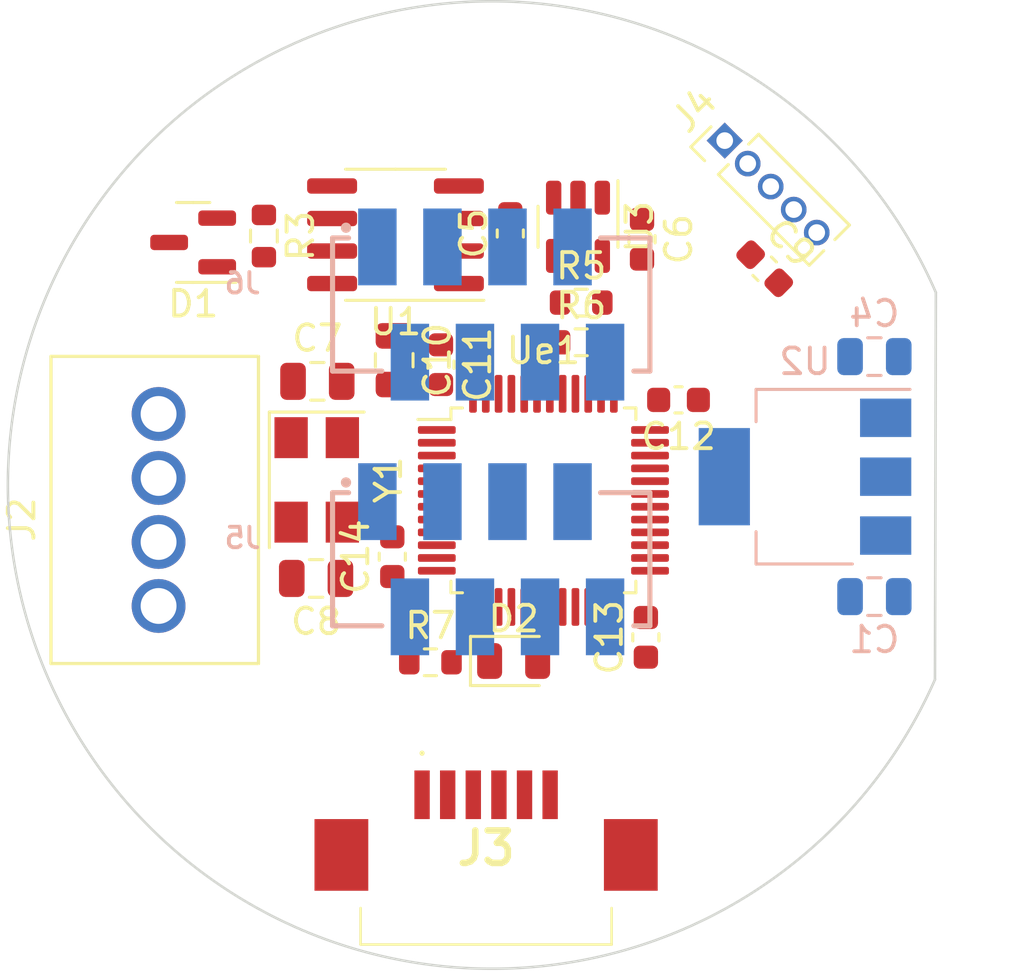
<source format=kicad_pcb>
(kicad_pcb (version 20221018) (generator pcbnew)
  (layers (0 "F.Cu" signal) (1 "In1.Cu" signal) (2 "In2.Cu" signal) (31 "B.Cu" signal) (34 "B.Paste" user) (35 "F.Paste" user) (36 "B.SilkS" user "B.Silkscreen") (37 "F.SilkS" user "F.Silkscreen") (38 "B.Mask" user) (39 "F.Mask" user) (44 "Edge.Cuts" user))
  (net 0 "")
  (net 1 "GND")
  (net 2 "+3V3")
  (net 3 "/Encoder_Button")
  (net 4 "/Encoder_B")
  (net 5 "/Encoder_A")
  (net 6 "Net-(Ue1-PF0)")
  (net 7 "Net-(Ue1-PF1)")
  (net 8 "/RST")
  (net 9 "/CANH")
  (net 10 "/CANL")
  (net 11 "+12V")
  (net 12 "/SWDIO")
  (net 13 "/SWCLK")
  (net 16 "/Screen_BL")
  (net 18 "/BOOT0")
  (net 19 "/CANTX")
  (net 20 "/CANRX")
  (net 36 "/SPI_CS")
  (net 37 "/SPI_CLK")
  (net 39 "/SPI_MOSI")
  (net 40 "/Screen_DC")
  (net 41 "/Screen_RST")
  (net 48 "Net-(D2-K)")
  (net 49 "Net-(D2-A)")
  (net 50 "/CAN_RX")
  (net 51 "/CAN_TX")
  (net 52 "/I2C_SDA")
  (net 53 "/I2C_SCL")
  (footprint "Package_TO_SOT_SMD:SOT-23-5" (layer "F.Cu") (at 117.3375 57.8875 -90)
    (fp_text reference "U3" (at 0 -2.4 90) (layer "F.SilkS"))
    (fp_text value "~")
    (fp_line (start 0 -1.56) (end -1.8 -1.56) (stroke (width 0.12)) (layer "F.SilkS"))
    (fp_line (start 0 -1.56) (end 0.8 -1.56) (stroke (width 0.12)) (layer "F.SilkS"))
    (fp_line (start 0 1.56) (end -0.8 1.56) (stroke (width 0.12)) (layer "F.SilkS"))
    (fp_line (start 0 1.56) (end 0.8 1.56) (stroke (width 0.12)) (layer "F.SilkS"))
    (pad "1" smd roundrect (at -1.1375 -0.95 270) (size 1.325 0.6) (layers "F.Cu" "F.Paste" "F.Mask") (net 53 "/I2C_SCL"))
    (pad "2" smd roundrect (at -1.1375 0 270) (size 1.325 0.6) (layers "F.Cu" "F.Paste" "F.Mask") (net 1 "GND"))
    (pad "3" smd roundrect (at -1.1375 0.95 270) (size 1.325 0.6) (layers "F.Cu" "F.Paste" "F.Mask") (net 52 "/I2C_SDA"))
    (pad "4" smd roundrect (at 1.1375 0.95 270) (size 1.325 0.6) (layers "F.Cu" "F.Paste" "F.Mask"))
    (pad "5" smd roundrect (at 1.1375 -0.95 270) (size 1.325 0.6) (layers "F.Cu" "F.Paste" "F.Mask") (net 2 "+3V3"))
  )
  (footprint "Capacitor_SMD:C_0603_1608Metric" (layer "F.Cu") (at 121.2625 64.65 180)
    (fp_text reference "C12" (at 0 -1.43) (layer "F.SilkS"))
    (fp_text value "100nF")
    (fp_line (start -0.14058 -0.51) (end 0.14058 -0.51) (stroke (width 0.12)) (layer "F.SilkS"))
    (fp_line (start -0.14058 0.51) (end 0.14058 0.51) (stroke (width 0.12)) (layer "F.SilkS"))
    (pad "1" smd roundrect (at -0.775 0 180) (size 0.9 0.95) (layers "F.Cu" "F.Paste" "F.Mask") (net 1 "GND"))
    (pad "2" smd roundrect (at 0.775 0 180) (size 0.9 0.95) (layers "F.Cu" "F.Paste" "F.Mask") (net 2 "+3V3"))
  )
  (footprint "Connectors:flex connector" (layer "F.Cu") (at 113.75 83)
    (fp_text reference "J3" (at 0 -0.837) (layer "F.SilkS") (effects (font (size 1.27 1.27) (thickness 0.254))))
    (fp_text value "Encoder" hide)
    (fp_line (start -4.9 1.5) (end -4.9 2.925) (stroke (width 0.1)) (layer "F.SilkS"))
    (fp_line (start -4.9 2.925) (end 4.9 2.925) (stroke (width 0.1)) (layer "F.SilkS"))
    (fp_line (start -2.5 -4.6) (end -2.5 -4.6) (stroke (width 0.1)) (layer "F.SilkS"))
    (fp_line (start -2.5 -4.5) (end -2.5 -4.5) (stroke (width 0.1)) (layer "F.SilkS"))
    (fp_line (start 4.9 2.925) (end 4.9 1.5) (stroke (width 0.1)) (layer "F.SilkS"))
    (fp_arc (start -2.5 -4.6) (mid -2.45 -4.55) (end -2.5 -4.5) (stroke (width 0.1)) (layer "F.SilkS"))
    (fp_arc (start -2.5 -4.5) (mid -2.55 -4.55) (end -2.5 -4.6) (stroke (width 0.1)) (layer "F.SilkS"))
    (pad "1" smd rect (at -2.5 -2.925) (size 0.6 1.9) (layers "F.Cu" "F.Paste" "F.Mask") (net 2 "+3V3"))
    (pad "2" smd rect (at -1.5 -2.925) (size 0.6 1.9) (layers "F.Cu" "F.Paste" "F.Mask") (net 1 "GND"))
    (pad "3" smd rect (at -0.5 -2.925) (size 0.6 1.9) (layers "F.Cu" "F.Paste" "F.Mask") (net 5 "/Encoder_A"))
    (pad "4" smd rect (at 0.5 -2.925) (size 0.6 1.9) (layers "F.Cu" "F.Paste" "F.Mask") (net 4 "/Encoder_B"))
    (pad "5" smd rect (at 1.5 -2.925) (size 0.6 1.9) (layers "F.Cu" "F.Paste" "F.Mask") (net 3 "/Encoder_Button"))
    (pad "6" smd rect (at 2.5 -2.925) (size 0.6 1.9) (layers "F.Cu" "F.Paste" "F.Mask") (net 1 "GND"))
    (pad "MP1" smd rect (at 5.65 -0.575) (size 2.1 2.8) (layers "F.Cu" "F.Paste" "F.Mask"))
    (pad "MP2" smd rect (at -5.65 -0.575) (size 2.1 2.8) (layers "F.Cu" "F.Paste" "F.Mask"))
  )
  (footprint "Resistor_SMD:R_0603_1608Metric" (layer "F.Cu") (at 111.575 74.9)
    (fp_text reference "R7" (at 0 -1.43) (layer "F.SilkS"))
    (fp_text value "120")
    (fp_line (start -0.237258 -0.5225) (end 0.237258 -0.5225) (stroke (width 0.12)) (layer "F.SilkS"))
    (fp_line (start -0.237258 0.5225) (end 0.237258 0.5225) (stroke (width 0.12)) (layer "F.SilkS"))
    (pad "1" smd roundrect (at -0.825 0) (size 0.8 0.95) (layers "F.Cu" "F.Paste" "F.Mask") (net 1 "GND"))
    (pad "2" smd roundrect (at 0.825 0) (size 0.8 0.95) (layers "F.Cu" "F.Paste" "F.Mask") (net 48 "Net-(D2-K)"))
  )
  (footprint "Connectors:691382000004" (layer "F.Cu") (at 100.9625 68.95 90)
    (fp_text reference "J2" (at -0.375 -5.343 90) (layer "F.SilkS"))
    (fp_text value "IO")
    (fp_line (start -6 -4.2) (end 6 -4.2) (stroke (width 0.127)) (layer "F.SilkS"))
    (fp_line (start -6 3.9) (end -6 -4.2) (stroke (width 0.127)) (layer "F.SilkS"))
    (fp_line (start 6 -4.2) (end 6 3.9) (stroke (width 0.127)) (layer "F.SilkS"))
    (fp_line (start 6 3.9) (end -6 3.9) (stroke (width 0.127)) (layer "F.SilkS"))
    (pad "1" thru_hole circle (at -3.75 0 90) (size 2.1 2.1) (drill 1.4) (layers "*.Cu" "*.Mask") (net 11 "+12V"))
    (pad "2" thru_hole circle (at -1.25 0 90) (size 2.1 2.1) (drill 1.4) (layers "*.Cu" "*.Mask") (net 1 "GND"))
    (pad "3" thru_hole circle (at 1.25 0 90) (size 2.1 2.1) (drill 1.4) (layers "*.Cu" "*.Mask") (net 9 "/CANH"))
    (pad "4" thru_hole circle (at 3.75 0 90) (size 2.1 2.1) (drill 1.4) (layers "*.Cu" "*.Mask") (net 10 "/CANL"))
  )
  (footprint "Resistor_SMD:R_0603_1608Metric" (layer "F.Cu") (at 117.4625 60.85)
    (fp_text reference "R5" (at 0 -1.43) (layer "F.SilkS"))
    (fp_text value "2k")
    (fp_line (start -0.237258 -0.5225) (end 0.237258 -0.5225) (stroke (width 0.12)) (layer "F.SilkS"))
    (fp_line (start -0.237258 0.5225) (end 0.237258 0.5225) (stroke (width 0.12)) (layer "F.SilkS"))
    (pad "1" smd roundrect (at -0.825 0) (size 0.8 0.95) (layers "F.Cu" "F.Paste" "F.Mask") (net 52 "/I2C_SDA"))
    (pad "2" smd roundrect (at 0.825 0) (size 0.8 0.95) (layers "F.Cu" "F.Paste" "F.Mask") (net 2 "+3V3"))
  )
  (footprint "Package_SO:SOIC-8_3.9x4.9mm_P1.27mm" (layer "F.Cu") (at 110.2125 58.2 180)
    (fp_text reference "U1" (at 0 -3.4) (layer "F.SilkS"))
    (fp_text value "SN65HVD232")
    (fp_line (start 0 -2.56) (end -3.45 -2.56) (stroke (width 0.12)) (layer "F.SilkS"))
    (fp_line (start 0 -2.56) (end 1.95 -2.56) (stroke (width 0.12)) (layer "F.SilkS"))
    (fp_line (start 0 2.56) (end -1.95 2.56) (stroke (width 0.12)) (layer "F.SilkS"))
    (fp_line (start 0 2.56) (end 1.95 2.56) (stroke (width 0.12)) (layer "F.SilkS"))
    (pad "1" smd roundrect (at -2.475 -1.905 180) (size 1.95 0.6) (layers "F.Cu" "F.Paste" "F.Mask") (net 19 "/CANTX"))
    (pad "2" smd roundrect (at -2.475 -0.635 180) (size 1.95 0.6) (layers "F.Cu" "F.Paste" "F.Mask") (net 1 "GND"))
    (pad "3" smd roundrect (at -2.475 0.635 180) (size 1.95 0.6) (layers "F.Cu" "F.Paste" "F.Mask") (net 2 "+3V3"))
    (pad "4" smd roundrect (at -2.475 1.905 180) (size 1.95 0.6) (layers "F.Cu" "F.Paste" "F.Mask") (net 20 "/CANRX"))
    (pad "5" smd roundrect (at 2.475 1.905 180) (size 1.95 0.6) (layers "F.Cu" "F.Paste" "F.Mask"))
    (pad "6" smd roundrect (at 2.475 0.635 180) (size 1.95 0.6) (layers "F.Cu" "F.Paste" "F.Mask") (net 10 "/CANL"))
    (pad "7" smd roundrect (at 2.475 -0.635 180) (size 1.95 0.6) (layers "F.Cu" "F.Paste" "F.Mask") (net 9 "/CANH"))
    (pad "8" smd roundrect (at 2.475 -1.905 180) (size 1.95 0.6) (layers "F.Cu" "F.Paste" "F.Mask"))
  )
  (footprint "Capacitor_SMD:C_0603_1608Metric" (layer "F.Cu") (at 111.9875 63.275 -90)
    (fp_text reference "C11" (at 0 -1.43 90) (layer "F.SilkS"))
    (fp_text value "100nF")
    (fp_line (start -0.14058 -0.51) (end 0.14058 -0.51) (stroke (width 0.12)) (layer "F.SilkS"))
    (fp_line (start -0.14058 0.51) (end 0.14058 0.51) (stroke (width 0.12)) (layer "F.SilkS"))
    (pad "1" smd roundrect (at -0.775 0 270) (size 0.9 0.95) (layers "F.Cu" "F.Paste" "F.Mask") (net 1 "GND"))
    (pad "2" smd roundrect (at 0.775 0 270) (size 0.9 0.95) (layers "F.Cu" "F.Paste" "F.Mask") (net 2 "+3V3"))
  )
  (footprint "Capacitor_SMD:C_0805_2012Metric" (layer "F.Cu") (at 107.1125 71.625 180)
    (fp_text reference "C8" (at 0 -1.68) (layer "F.SilkS"))
    (fp_text value "18p")
    (fp_line (start -0.261252 -0.735) (end 0.261252 -0.735) (stroke (width 0.12)) (layer "F.SilkS"))
    (fp_line (start -0.261252 0.735) (end 0.261252 0.735) (stroke (width 0.12)) (layer "F.SilkS"))
    (pad "1" smd roundrect (at -0.95 0 180) (size 1 1.45) (layers "F.Cu" "F.Paste" "F.Mask") (net 7 "Net-(Ue1-PF1)"))
    (pad "2" smd roundrect (at 0.95 0 180) (size 1 1.45) (layers "F.Cu" "F.Paste" "F.Mask") (net 1 "GND"))
  )
  (footprint "Package_TO_SOT_SMD:SOT-23" (layer "F.Cu") (at 102.3125 58.5 180)
    (fp_text reference "D1" (at 0 -2.4) (layer "F.SilkS"))
    (fp_text value "D_TVS_x2_AAC")
    (fp_line (start 0 -1.56) (end -1.675 -1.56) (stroke (width 0.12)) (layer "F.SilkS"))
    (fp_line (start 0 -1.56) (end 0.65 -1.56) (stroke (width 0.12)) (layer "F.SilkS"))
    (fp_line (start 0 1.56) (end -0.65 1.56) (stroke (width 0.12)) (layer "F.SilkS"))
    (fp_line (start 0 1.56) (end 0.65 1.56) (stroke (width 0.12)) (layer "F.SilkS"))
    (pad "1" smd roundrect (at -0.9375 -0.95 180) (size 1.475 0.6) (layers "F.Cu" "F.Paste" "F.Mask") (net 9 "/CANH"))
    (pad "2" smd roundrect (at -0.9375 0.95 180) (size 1.475 0.6) (layers "F.Cu" "F.Paste" "F.Mask") (net 10 "/CANL"))
    (pad "3" smd roundrect (at 0.9375 0 180) (size 1.475 0.6) (layers "F.Cu" "F.Paste" "F.Mask") (net 1 "GND"))
  )
  (footprint "Crystal:Crystal_SMD_5032-4Pin_5.0x3.2mm" (layer "F.Cu") (at 107.1375 67.775 -90)
    (fp_text reference "Y1" (at 0 -2.8 90) (layer "F.SilkS"))
    (fp_text value "8MHz")
    (fp_line (start -2.65 -1.85) (end -2.65 1.85) (stroke (width 0.12)) (layer "F.SilkS"))
    (fp_line (start -2.65 1.85) (end 2.65 1.85) (stroke (width 0.12)) (layer "F.SilkS"))
    (pad "1" smd rect (at -1.65 1 270) (size 1.6 1.3) (layers "F.Cu" "F.Paste" "F.Mask") (net 6 "Net-(Ue1-PF0)"))
    (pad "2" smd rect (at 1.65 1 270) (size 1.6 1.3) (layers "F.Cu" "F.Paste" "F.Mask") (net 1 "GND"))
    (pad "3" smd rect (at 1.65 -1 270) (size 1.6 1.3) (layers "F.Cu" "F.Paste" "F.Mask") (net 7 "Net-(Ue1-PF1)"))
    (pad "4" smd rect (at -1.65 -1 270) (size 1.6 1.3) (layers "F.Cu" "F.Paste" "F.Mask") (net 1 "GND"))
  )
  (footprint "Capacitor_SMD:C_0603_1608Metric" (layer "F.Cu") (at 110.0875 70.775 90)
    (fp_text reference "C14" (at 0 -1.43 90) (layer "F.SilkS"))
    (fp_text value "100nF")
    (fp_line (start -0.14058 -0.51) (end 0.14058 -0.51) (stroke (width 0.12)) (layer "F.SilkS"))
    (fp_line (start -0.14058 0.51) (end 0.14058 0.51) (stroke (width 0.12)) (layer "F.SilkS"))
    (pad "1" smd roundrect (at -0.775 0 90) (size 0.9 0.95) (layers "F.Cu" "F.Paste" "F.Mask") (net 1 "GND"))
    (pad "2" smd roundrect (at 0.775 0 90) (size 0.9 0.95) (layers "F.Cu" "F.Paste" "F.Mask") (net 2 "+3V3"))
  )
  (footprint "Capacitor_SMD:C_0603_1608Metric" (layer "F.Cu") (at 114.695 58.15 90)
    (fp_text reference "C5" (at 0 -1.43 90) (layer "F.SilkS"))
    (fp_text value "100nF")
    (fp_line (start -0.14058 -0.51) (end 0.14058 -0.51) (stroke (width 0.12)) (layer "F.SilkS"))
    (fp_line (start -0.14058 0.51) (end 0.14058 0.51) (stroke (width 0.12)) (layer "F.SilkS"))
    (pad "1" smd roundrect (at -0.775 0 90) (size 0.9 0.95) (layers "F.Cu" "F.Paste" "F.Mask") (net 1 "GND"))
    (pad "2" smd roundrect (at 0.775 0 90) (size 0.9 0.95) (layers "F.Cu" "F.Paste" "F.Mask") (net 2 "+3V3"))
  )
  (footprint "LED_SMD:LED_0805_2012Metric" (layer "F.Cu") (at 114.825 74.85)
    (fp_text reference "D2" (at 0 -1.65) (layer "F.SilkS"))
    (fp_text value "LED_DEBUG")
    (fp_line (start -1.685 -0.96) (end -1.685 0.96) (stroke (width 0.12)) (layer "F.SilkS"))
    (fp_line (start -1.685 0.96) (end 1 0.96) (stroke (width 0.12)) (layer "F.SilkS"))
    (fp_line (start 1 -0.96) (end -1.685 -0.96) (stroke (width 0.12)) (layer "F.SilkS"))
    (pad "1" smd roundrect (at -0.9375 0) (size 0.975 1.4) (layers "F.Cu" "F.Paste" "F.Mask") (net 48 "Net-(D2-K)"))
    (pad "2" smd roundrect (at 0.9375 0) (size 0.975 1.4) (layers "F.Cu" "F.Paste" "F.Mask") (net 49 "Net-(D2-A)"))
  )
  (footprint "Capacitor_SMD:C_0805_2012Metric" (layer "F.Cu") (at 107.1625 63.925)
    (fp_text reference "C7" (at 0 -1.68) (layer "F.SilkS"))
    (fp_text value "18p")
    (fp_line (start -0.261252 -0.735) (end 0.261252 -0.735) (stroke (width 0.12)) (layer "F.SilkS"))
    (fp_line (start -0.261252 0.735) (end 0.261252 0.735) (stroke (width 0.12)) (layer "F.SilkS"))
    (pad "1" smd roundrect (at -0.95 0) (size 1 1.45) (layers "F.Cu" "F.Paste" "F.Mask") (net 6 "Net-(Ue1-PF0)"))
    (pad "2" smd roundrect (at 0.95 0) (size 1 1.45) (layers "F.Cu" "F.Paste" "F.Mask") (net 1 "GND"))
  )
  (footprint "Capacitor_SMD:C_0603_1608Metric" (layer "F.Cu") (at 119.8375 58.375 -90)
    (fp_text reference "C6" (at 0 -1.43 90) (layer "F.SilkS"))
    (fp_text value "100nF")
    (fp_line (start -0.14058 -0.51) (end 0.14058 -0.51) (stroke (width 0.12)) (layer "F.SilkS"))
    (fp_line (start -0.14058 0.51) (end 0.14058 0.51) (stroke (width 0.12)) (layer "F.SilkS"))
    (pad "1" smd roundrect (at -0.775 0 270) (size 0.9 0.95) (layers "F.Cu" "F.Paste" "F.Mask") (net 1 "GND"))
    (pad "2" smd roundrect (at 0.775 0 270) (size 0.9 0.95) (layers "F.Cu" "F.Paste" "F.Mask") (net 2 "+3V3"))
  )
  (footprint "Capacitor_SMD:C_0805_2012Metric" (layer "F.Cu") (at 110.1625 63.1 -90)
    (fp_text reference "C10" (at 0 -1.68 90) (layer "F.SilkS"))
    (fp_text value "10µF")
    (fp_line (start -0.261252 -0.735) (end 0.261252 -0.735) (stroke (width 0.12)) (layer "F.SilkS"))
    (fp_line (start -0.261252 0.735) (end 0.261252 0.735) (stroke (width 0.12)) (layer "F.SilkS"))
    (pad "1" smd roundrect (at -0.95 0 270) (size 1 1.45) (layers "F.Cu" "F.Paste" "F.Mask") (net 1 "GND"))
    (pad "2" smd roundrect (at 0.95 0 270) (size 1 1.45) (layers "F.Cu" "F.Paste" "F.Mask") (net 2 "+3V3"))
  )
  (footprint "Resistor_SMD:R_0603_1608Metric" (layer "F.Cu") (at 105.075 58.25 -90)
    (fp_text reference "R3" (at 0 -1.43 90) (layer "F.SilkS"))
    (fp_text value "120")
    (fp_line (start -0.237258 -0.5225) (end 0.237258 -0.5225) (stroke (width 0.12)) (layer "F.SilkS"))
    (fp_line (start -0.237258 0.5225) (end 0.237258 0.5225) (stroke (width 0.12)) (layer "F.SilkS"))
    (pad "1" smd roundrect (at -0.825 0 270) (size 0.8 0.95) (layers "F.Cu" "F.Paste" "F.Mask") (net 10 "/CANL"))
    (pad "2" smd roundrect (at 0.825 0 270) (size 0.8 0.95) (layers "F.Cu" "F.Paste" "F.Mask") (net 9 "/CANH"))
  )
  (footprint "Resistor_SMD:R_0603_1608Metric" (layer "F.Cu") (at 117.4625 62.4)
    (fp_text reference "R6" (at 0 -1.43) (layer "F.SilkS"))
    (fp_text value "2k")
    (fp_line (start -0.237258 -0.5225) (end 0.237258 -0.5225) (stroke (width 0.12)) (layer "F.SilkS"))
    (fp_line (start -0.237258 0.5225) (end 0.237258 0.5225) (stroke (width 0.12)) (layer "F.SilkS"))
    (pad "1" smd roundrect (at -0.825 0) (size 0.8 0.95) (layers "F.Cu" "F.Paste" "F.Mask") (net 53 "/I2C_SCL"))
    (pad "2" smd roundrect (at 0.825 0) (size 0.8 0.95) (layers "F.Cu" "F.Paste" "F.Mask") (net 2 "+3V3"))
  )
  (footprint "Package_QFP:LQFP-48_7x7mm_P0.5mm" (layer "F.Cu") (at 115.9875 68.575)
    (fp_text reference "Ue1" (at 0 -5.85) (layer "F.SilkS"))
    (fp_text value "STM32F302C6Tx")
    (fp_line (start -3.61 -3.61) (end -3.61 -3.16) (stroke (width 0.12)) (layer "F.SilkS"))
    (fp_line (start -3.61 -3.16) (end -4.9 -3.16) (stroke (width 0.12)) (layer "F.SilkS"))
    (fp_line (start -3.61 3.61) (end -3.61 3.16) (stroke (width 0.12)) (layer "F.SilkS"))
    (fp_line (start -3.16 -3.61) (end -3.61 -3.61) (stroke (width 0.12)) (layer "F.SilkS"))
    (fp_line (start -3.16 3.61) (end -3.61 3.61) (stroke (width 0.12)) (layer "F.SilkS"))
    (fp_line (start 3.16 -3.61) (end 3.61 -3.61) (stroke (width 0.12)) (layer "F.SilkS"))
    (fp_line (start 3.16 3.61) (end 3.61 3.61) (stroke (width 0.12)) (layer "F.SilkS"))
    (fp_line (start 3.61 -3.61) (end 3.61 -3.16) (stroke (width 0.12)) (layer "F.SilkS"))
    (fp_line (start 3.61 3.61) (end 3.61 3.16) (stroke (width 0.12)) (layer "F.SilkS"))
    (pad "1" smd roundrect (at -4.1625 -2.75) (size 1.475 0.3) (layers "F.Cu" "F.Paste" "F.Mask"))
    (pad "2" smd roundrect (at -4.1625 -2.25) (size 1.475 0.3) (layers "F.Cu" "F.Paste" "F.Mask"))
    (pad "3" smd roundrect (at -4.1625 -1.75) (size 1.475 0.3) (layers "F.Cu" "F.Paste" "F.Mask"))
    (pad "4" smd roundrect (at -4.1625 -1.25) (size 1.475 0.3) (layers "F.Cu" "F.Paste" "F.Mask"))
    (pad "5" smd roundrect (at -4.1625 -0.75) (size 1.475 0.3) (layers "F.Cu" "F.Paste" "F.Mask") (net 6 "Net-(Ue1-PF0)"))
    (pad "6" smd roundrect (at -4.1625 -0.25) (size 1.475 0.3) (layers "F.Cu" "F.Paste" "F.Mask") (net 7 "Net-(Ue1-PF1)"))
    (pad "7" smd roundrect (at -4.1625 0.25) (size 1.475 0.3) (layers "F.Cu" "F.Paste" "F.Mask") (net 8 "/RST"))
    (pad "8" smd roundrect (at -4.1625 0.75) (size 1.475 0.3) (layers "F.Cu" "F.Paste" "F.Mask") (net 1 "GND"))
    (pad "9" smd roundrect (at -4.1625 1.25) (size 1.475 0.3) (layers "F.Cu" "F.Paste" "F.Mask") (net 2 "+3V3"))
    (pad "10" smd roundrect (at -4.1625 1.75) (size 1.475 0.3) (layers "F.Cu" "F.Paste" "F.Mask"))
    (pad "11" smd roundrect (at -4.1625 2.25) (size 1.475 0.3) (layers "F.Cu" "F.Paste" "F.Mask") (net 5 "/Encoder_A"))
    (pad "12" smd roundrect (at -4.1625 2.75) (size 1.475 0.3) (layers "F.Cu" "F.Paste" "F.Mask") (net 4 "/Encoder_B"))
    (pad "13" smd roundrect (at -2.75 4.1625) (size 0.3 1.475) (layers "F.Cu" "F.Paste" "F.Mask") (net 3 "/Encoder_Button"))
    (pad "14" smd roundrect (at -2.25 4.1625) (size 0.3 1.475) (layers "F.Cu" "F.Paste" "F.Mask"))
    (pad "15" smd roundrect (at -1.75 4.1625) (size 0.3 1.475) (layers "F.Cu" "F.Paste" "F.Mask"))
    (pad "16" smd roundrect (at -1.25 4.1625) (size 0.3 1.475) (layers "F.Cu" "F.Paste" "F.Mask"))
    (pad "17" smd roundrect (at -0.75 4.1625) (size 0.3 1.475) (layers "F.Cu" "F.Paste" "F.Mask"))
    (pad "18" smd roundrect (at -0.25 4.1625) (size 0.3 1.475) (layers "F.Cu" "F.Paste" "F.Mask") (net 49 "Net-(D2-A)"))
    (pad "19" smd roundrect (at 0.25 4.1625) (size 0.3 1.475) (layers "F.Cu" "F.Paste" "F.Mask"))
    (pad "20" smd roundrect (at 0.75 4.1625) (size 0.3 1.475) (layers "F.Cu" "F.Paste" "F.Mask"))
    (pad "21" smd roundrect (at 1.25 4.1625) (size 0.3 1.475) (layers "F.Cu" "F.Paste" "F.Mask"))
    (pad "22" smd roundrect (at 1.75 4.1625) (size 0.3 1.475) (layers "F.Cu" "F.Paste" "F.Mask"))
    (pad "23" smd roundrect (at 2.25 4.1625) (size 0.3 1.475) (layers "F.Cu" "F.Paste" "F.Mask") (net 1 "GND"))
    (pad "24" smd roundrect (at 2.75 4.1625) (size 0.3 1.475) (layers "F.Cu" "F.Paste" "F.Mask") (net 2 "+3V3"))
    (pad "25" smd roundrect (at 4.1625 2.75) (size 1.475 0.3) (layers "F.Cu" "F.Paste" "F.Mask") (net 36 "/SPI_CS"))
    (pad "26" smd roundrect (at 4.1625 2.25) (size 1.475 0.3) (layers "F.Cu" "F.Paste" "F.Mask") (net 37 "/SPI_CLK"))
    (pad "27" smd roundrect (at 4.1625 1.75) (size 1.475 0.3) (layers "F.Cu" "F.Paste" "F.Mask"))
    (pad "28" smd roundrect (at 4.1625 1.25) (size 1.475 0.3) (layers "F.Cu" "F.Paste" "F.Mask") (net 39 "/SPI_MOSI"))
    (pad "29" smd roundrect (at 4.1625 0.75) (size 1.475 0.3) (layers "F.Cu" "F.Paste" "F.Mask") (net 40 "/Screen_DC"))
    (pad "30" smd roundrect (at 4.1625 0.25) (size 1.475 0.3) (layers "F.Cu" "F.Paste" "F.Mask") (net 41 "/Screen_RST"))
    (pad "31" smd roundrect (at 4.1625 -0.25) (size 1.475 0.3) (layers "F.Cu" "F.Paste" "F.Mask") (net 16 "/Screen_BL"))
    (pad "32" smd roundrect (at 4.1625 -0.75) (size 1.475 0.3) (layers "F.Cu" "F.Paste" "F.Mask"))
    (pad "33" smd roundrect (at 4.1625 -1.25) (size 1.475 0.3) (layers "F.Cu" "F.Paste" "F.Mask"))
    (pad "34" smd roundrect (at 4.1625 -1.75) (size 1.475 0.3) (layers "F.Cu" "F.Paste" "F.Mask") (net 12 "/SWDIO"))
    (pad "35" smd roundrect (at 4.1625 -2.25) (size 1.475 0.3) (layers "F.Cu" "F.Paste" "F.Mask") (net 1 "GND"))
    (pad "36" smd roundrect (at 4.1625 -2.75) (size 1.475 0.3) (layers "F.Cu" "F.Paste" "F.Mask") (net 2 "+3V3"))
    (pad "37" smd roundrect (at 2.75 -4.1625) (size 0.3 1.475) (layers "F.Cu" "F.Paste" "F.Mask") (net 13 "/SWCLK"))
    (pad "38" smd roundrect (at 2.25 -4.1625) (size 0.3 1.475) (layers "F.Cu" "F.Paste" "F.Mask"))
    (pad "39" smd roundrect (at 1.75 -4.1625) (size 0.3 1.475) (layers "F.Cu" "F.Paste" "F.Mask"))
    (pad "40" smd roundrect (at 1.25 -4.1625) (size 0.3 1.475) (layers "F.Cu" "F.Paste" "F.Mask"))
    (pad "41" smd roundrect (at 0.75 -4.1625) (size 0.3 1.475) (layers "F.Cu" "F.Paste" "F.Mask"))
    (pad "42" smd roundrect (at 0.25 -4.1625) (size 0.3 1.475) (layers "F.Cu" "F.Paste" "F.Mask") (net 53 "/I2C_SCL"))
    (pad "43" smd roundrect (at -0.25 -4.1625) (size 0.3 1.475) (layers "F.Cu" "F.Paste" "F.Mask") (net 52 "/I2C_SDA"))
    (pad "44" smd roundrect (at -0.75 -4.1625) (size 0.3 1.475) (layers "F.Cu" "F.Paste" "F.Mask") (net 18 "/BOOT0"))
    (pad "45" smd roundrect (at -1.25 -4.1625) (size 0.3 1.475) (layers "F.Cu" "F.Paste" "F.Mask") (net 50 "/CAN_RX"))
    (pad "46" smd roundrect (at -1.75 -4.1625) (size 0.3 1.475) (layers "F.Cu" "F.Paste" "F.Mask") (net 51 "/CAN_TX"))
    (pad "47" smd roundrect (at -2.25 -4.1625) (size 0.3 1.475) (layers "F.Cu" "F.Paste" "F.Mask") (net 1 "GND"))
    (pad "48" smd roundrect (at -2.75 -4.1625) (size 0.3 1.475) (layers "F.Cu" "F.Paste" "F.Mask") (net 2 "+3V3"))
  )
  (footprint "Connector_PinHeader_1.27mm:PinHeader_1x05_P1.27mm_Vertical" (layer "F.Cu") (at 123.066449 54.521878 45)
    (fp_text reference "J4" (at 0 -1.695 45) (layer "F.SilkS"))
    (fp_text value "SWD_Connector")
    (fp_line (start -1.11 -0.76) (end 0 -0.76) (stroke (width 0.12)) (layer "F.SilkS"))
    (fp_line (start -1.11 0) (end -1.11 -0.76) (stroke (width 0.12)) (layer "F.SilkS"))
    (fp_line (start -1.11 0.76) (end -1.11 5.775) (stroke (width 0.12)) (layer "F.SilkS"))
    (fp_line (start -1.11 0.76) (end -0.563471 0.76) (stroke (width 0.12)) (layer "F.SilkS"))
    (fp_line (start -1.11 5.775) (end -0.30753 5.775) (stroke (width 0.12)) (layer "F.SilkS"))
    (fp_line (start 0.30753 5.775) (end 1.11 5.775) (stroke (width 0.12)) (layer "F.SilkS"))
    (fp_line (start 0.563471 0.76) (end 1.11 0.76) (stroke (width 0.12)) (layer "F.SilkS"))
    (fp_line (start 1.11 0.76) (end 1.11 5.775) (stroke (width 0.12)) (layer "F.SilkS"))
    (pad "1" thru_hole rect (at 0 0 45) (size 1 1) (drill 0.65) (layers "*.Cu" "*.Mask") (net 2 "+3V3"))
    (pad "2" thru_hole oval (at 0 1.27 45) (size 1 1) (drill 0.65) (layers "*.Cu" "*.Mask") (net 12 "/SWDIO"))
    (pad "3" thru_hole oval (at 0 2.54 45) (size 1 1) (drill 0.65) (layers "*.Cu" "*.Mask") (net 13 "/SWCLK"))
    (pad "4" thru_hole oval (at 0 3.81 45) (size 1 1) (drill 0.65) (layers "*.Cu" "*.Mask") (net 8 "/RST"))
    (pad "5" thru_hole oval (at 0 5.08 45) (size 1 1) (drill 0.65) (layers "*.Cu" "*.Mask") (net 1 "GND"))
  )
  (footprint "Capacitor_SMD:C_0603_1608Metric" (layer "F.Cu") (at 124.626992 59.526992 -45)
    (fp_text reference "C9" (at 0 -1.43 135) (layer "F.SilkS"))
    (fp_text value "100n")
    (fp_line (start -0.14058 -0.51) (end 0.14058 -0.51) (stroke (width 0.12)) (layer "F.SilkS"))
    (fp_line (start -0.14058 0.51) (end 0.14058 0.51) (stroke (width 0.12)) (layer "F.SilkS"))
    (pad "1" smd roundrect (at -0.775 0 315) (size 0.9 0.95) (layers "F.Cu" "F.Paste" "F.Mask") (net 8 "/RST"))
    (pad "2" smd roundrect (at 0.775 0 315) (size 0.9 0.95) (layers "F.Cu" "F.Paste" "F.Mask") (net 1 "GND"))
  )
  (footprint "Capacitor_SMD:C_0603_1608Metric" (layer "F.Cu") (at 119.9875 73.925 90)
    (fp_text reference "C13" (at 0 -1.43 90) (layer "F.SilkS"))
    (fp_text value "100nF")
    (fp_line (start -0.14058 -0.51) (end 0.14058 -0.51) (stroke (width 0.12)) (layer "F.SilkS"))
    (fp_line (start -0.14058 0.51) (end 0.14058 0.51) (stroke (width 0.12)) (layer "F.SilkS"))
    (pad "1" smd roundrect (at -0.775 0 90) (size 0.9 0.95) (layers "F.Cu" "F.Paste" "F.Mask") (net 1 "GND"))
    (pad "2" smd roundrect (at 0.775 0 90) (size 0.9 0.95) (layers "F.Cu" "F.Paste" "F.Mask") (net 2 "+3V3"))
  )
  (footprint "Connectors:WR-MM 8pin Male" (layer "B.Cu") (at 113.95 70.875 180)
    (fp_text reference "J5" (at 9.709 0.832) (layer "B.SilkS") (effects (font (size 0.8 0.8)) (justify mirror)))
    (fp_text value "Out")
    (fp_line (start -6.195 -2.6) (end -5.57 -2.6) (stroke (width 0.2)) (layer "B.SilkS"))
    (fp_line (start -6.195 2.6) (end -6.195 -2.6) (stroke (width 0.2)) (layer "B.SilkS"))
    (fp_line (start -4.27 2.6) (end -6.195 2.6) (stroke (width 0.2)) (layer "B.SilkS"))
    (fp_line (start 5.57 2.6) (end 6.195 2.6) (stroke (width 0.2)) (layer "B.SilkS"))
    (fp_line (start 6.195 -2.6) (end 4.27 -2.6) (stroke (width 0.2)) (layer "B.SilkS"))
    (fp_line (start 6.195 2.6) (end 6.195 -2.6) (stroke (width 0.2)) (layer "B.SilkS"))
    (fp_circle (center 5.67 3) (end 5.77 3) (stroke (width 0.2)) (fill none) (layer "B.SilkS"))
    (pad "1" smd rect (at 4.445 2.25 180) (size 1.5 3) (layers "B.Cu" "B.Paste" "B.Mask") (net 2 "+3V3"))
    (pad "2" smd rect (at 3.175 -2.25 180) (size 1.5 3) (layers "B.Cu" "B.Paste" "B.Mask") (net 36 "/SPI_CS"))
    (pad "3" smd rect (at 1.905 2.25 180) (size 1.5 3) (layers "B.Cu" "B.Paste" "B.Mask") (net 37 "/SPI_CLK"))
    (pad "4" smd rect (at 0.635 -2.25 180) (size 1.5 3) (layers "B.Cu" "B.Paste" "B.Mask") (net 39 "/SPI_MOSI"))
    (pad "5" smd rect (at -0.635 2.25 180) (size 1.5 3) (layers "B.Cu" "B.Paste" "B.Mask") (net 40 "/Screen_DC"))
    (pad "6" smd rect (at -1.905 -2.25 180) (size 1.5 3) (layers "B.Cu" "B.Paste" "B.Mask") (net 41 "/Screen_RST"))
    (pad "7" smd rect (at -3.175 2.25 180) (size 1.5 3) (layers "B.Cu" "B.Paste" "B.Mask") (net 16 "/Screen_BL"))
    (pad "8" smd rect (at -4.445 -2.25 180) (size 1.5 3) (layers "B.Cu" "B.Paste" "B.Mask") (net 1 "GND"))
  )
  (footprint "Capacitor_SMD:C_0805_2012Metric" (layer "B.Cu") (at 128.91 72.335)
    (fp_text reference "C1" (at 0 1.68) (layer "B.SilkS") (effects (justify mirror)))
    (fp_text value "10u")
    (fp_line (start -0.261252 -0.735) (end 0.261252 -0.735) (stroke (width 0.12)) (layer "B.SilkS"))
    (fp_line (start -0.261252 0.735) (end 0.261252 0.735) (stroke (width 0.12)) (layer "B.SilkS"))
    (pad "1" smd roundrect (at -0.95 0) (size 1 1.45) (layers "B.Cu" "B.Paste" "B.Mask") (net 1 "GND"))
    (pad "2" smd roundrect (at 0.95 0) (size 1 1.45) (layers "B.Cu" "B.Paste" "B.Mask") (net 11 "+12V"))
  )
  (footprint "Package_TO_SOT_SMD:SOT-223-3_TabPin2" (layer "B.Cu") (at 126.2 67.65 180)
    (fp_text reference "U2" (at 0 4.5) (layer "B.SilkS") (effects (justify mirror)))
    (fp_text value "NCP1117-3.3_SOT223")
    (fp_line (start -4.1 3.41) (end 1.91 3.41) (stroke (width 0.12)) (layer "B.SilkS"))
    (fp_line (start -1.85 -3.41) (end 1.91 -3.41) (stroke (width 0.12)) (layer "B.SilkS"))
    (fp_line (start 1.91 -3.41) (end 1.91 -2.15) (stroke (width 0.12)) (layer "B.SilkS"))
    (fp_line (start 1.91 3.41) (end 1.91 2.15) (stroke (width 0.12)) (layer "B.SilkS"))
    (pad "1" smd rect (at -3.15 2.3 180) (size 2 1.5) (layers "B.Cu" "B.Paste" "B.Mask") (net 1 "GND"))
    (pad "2" smd rect (at -3.15 0 180) (size 2 1.5) (layers "B.Cu" "B.Paste" "B.Mask") (net 2 "+3V3"))
    (pad "2" smd rect (at 3.15 0 180) (size 2 3.8) (layers "B.Cu" "B.Paste" "B.Mask") (net 2 "+3V3"))
    (pad "3" smd rect (at -3.15 -2.3 180) (size 2 1.5) (layers "B.Cu" "B.Paste" "B.Mask") (net 11 "+12V"))
  )
  (footprint "Capacitor_SMD:C_0805_2012Metric" (layer "B.Cu") (at 128.91 62.96 180)
    (fp_text reference "C4" (at 0 1.68) (layer "B.SilkS") (effects (justify mirror)))
    (fp_text value "10u")
    (fp_line (start -0.261252 -0.735) (end 0.261252 -0.735) (stroke (width 0.12)) (layer "B.SilkS"))
    (fp_line (start -0.261252 0.735) (end 0.261252 0.735) (stroke (width 0.12)) (layer "B.SilkS"))
    (pad "1" smd roundrect (at -0.95 0 180) (size 1 1.45) (layers "B.Cu" "B.Paste" "B.Mask") (net 1 "GND"))
    (pad "2" smd roundrect (at 0.95 0 180) (size 1 1.45) (layers "B.Cu" "B.Paste" "B.Mask") (net 2 "+3V3"))
  )
  (footprint "Connectors:WR-MM 8pin Male" (layer "B.Cu") (at 113.95 60.925 180)
    (fp_text reference "J6" (at 9.709 0.832) (layer "B.SilkS") (effects (font (size 0.8 0.8)) (justify mirror)))
    (fp_text value "Out")
    (fp_line (start -6.195 -2.6) (end -5.57 -2.6) (stroke (width 0.2)) (layer "B.SilkS"))
    (fp_line (start -6.195 2.6) (end -6.195 -2.6) (stroke (width 0.2)) (layer "B.SilkS"))
    (fp_line (start -4.27 2.6) (end -6.195 2.6) (stroke (width 0.2)) (layer "B.SilkS"))
    (fp_line (start 5.57 2.6) (end 6.195 2.6) (stroke (width 0.2)) (layer "B.SilkS"))
    (fp_line (start 6.195 -2.6) (end 4.27 -2.6) (stroke (width 0.2)) (layer "B.SilkS"))
    (fp_line (start 6.195 2.6) (end 6.195 -2.6) (stroke (width 0.2)) (layer "B.SilkS"))
    (fp_circle (center 5.67 3) (end 5.77 3) (stroke (width 0.2)) (fill none) (layer "B.SilkS"))
    (pad "1" smd rect (at 4.445 2.25 180) (size 1.5 3) (layers "B.Cu" "B.Paste" "B.Mask") (net 2 "+3V3"))
    (pad "2" smd rect (at 3.175 -2.25 180) (size 1.5 3) (layers "B.Cu" "B.Paste" "B.Mask"))
    (pad "3" smd rect (at 1.905 2.25 180) (size 1.5 3) (layers "B.Cu" "B.Paste" "B.Mask"))
    (pad "4" smd rect (at 0.635 -2.25 180) (size 1.5 3) (layers "B.Cu" "B.Paste" "B.Mask"))
    (pad "5" smd rect (at -0.635 2.25 180) (size 1.5 3) (layers "B.Cu" "B.Paste" "B.Mask"))
    (pad "6" smd rect (at -1.905 -2.25 180) (size 1.5 3) (layers "B.Cu" "B.Paste" "B.Mask"))
    (pad "7" smd rect (at -3.175 2.25 180) (size 1.5 3) (layers "B.Cu" "B.Paste" "B.Mask"))
    (pad "8" smd rect (at -4.445 -2.25 180) (size 1.5 3) (layers "B.Cu" "B.Paste" "B.Mask") (net 1 "GND"))
  )
  (gr_arc (start 131.274999 75.575) (mid 95.079285 67.931066) (end 131.310153 60.45553) (stroke (width 0.1)) (layer "Edge.Cuts"))
  (gr_line (start 131.310153 60.45553) (end 131.275 75.575) (stroke (width 0.1)) (layer "Edge.Cuts"))
)
</source>
